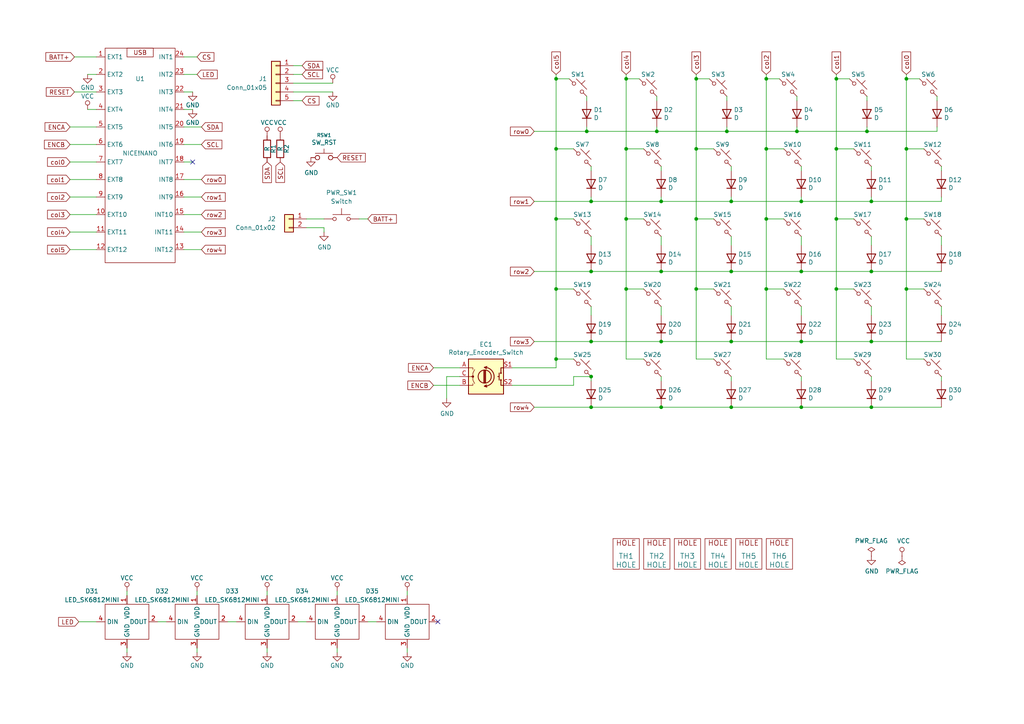
<source format=kicad_sch>
(kicad_sch (version 20230121) (generator eeschema)
  (paper "A4")
  (junction (at 252.73 58.42))
  (junction (at 161.29 22.86))
  (junction (at 242.57 83.82))
  (junction (at 191.77 99.06))
  (junction (at 181.61 22.86))
  (junction (at 181.61 43.18))
  (junction (at 210.82 38.1))
  (junction (at 171.45 78.74))
  (junction (at 222.25 22.86))
  (junction (at 191.77 58.42))
  (junction (at 181.61 63.5))
  (junction (at 232.41 58.42))
  (junction (at 212.09 99.06))
  (junction (at 252.73 118.11))
  (junction (at 201.93 63.5))
  (junction (at 262.89 22.86))
  (junction (at 161.29 63.5))
  (junction (at 232.41 78.74))
  (junction (at 252.73 99.06))
  (junction (at 171.45 99.06))
  (junction (at 222.25 43.18))
  (junction (at 232.41 99.06))
  (junction (at 212.09 58.42))
  (junction (at 242.57 43.18))
  (junction (at 201.93 22.86))
  (junction (at 232.41 118.11))
  (junction (at 161.29 83.82))
  (junction (at 231.14 38.1))
  (junction (at 212.09 78.74))
  (junction (at 171.45 58.42))
  (junction (at 212.09 118.11))
  (junction (at 161.29 43.18))
  (junction (at 262.89 63.5))
  (junction (at 222.25 63.5))
  (junction (at 251.46 38.1))
  (junction (at 190.5 38.1))
  (junction (at 171.45 109.22))
  (junction (at 170.18 38.1))
  (junction (at 262.89 83.82))
  (junction (at 161.29 104.14))
  (junction (at 222.25 83.82))
  (junction (at 252.73 78.74))
  (junction (at 171.45 118.11))
  (junction (at 262.89 43.18))
  (junction (at 201.93 83.82))
  (junction (at 242.57 63.5))
  (junction (at 191.77 78.74))
  (junction (at 191.77 118.11))
  (junction (at 242.57 22.86))
  (junction (at 201.93 43.18))
  (junction (at 181.61 83.82))
  (no_connect (at 55.88 46.99))
  (no_connect (at 127 180.34))
  (wire (pts (xy 190.5 38.1) (xy 210.82 38.1)))
  (wire (pts (xy 201.93 21.59) (xy 201.93 22.86)))
  (wire (pts (xy 252.73 78.74) (xy 273.05 78.74)))
  (wire (pts (xy 154.94 118.11) (xy 171.45 118.11)))
  (wire (pts (xy 125.73 106.68) (xy 133.35 106.68)))
  (wire (pts (xy 273.05 57.15) (xy 273.05 58.42)))
  (wire (pts (xy 171.45 78.74) (xy 154.94 78.74)))
  (wire (pts (xy 129.54 109.22) (xy 129.54 115.57)))
  (wire (pts (xy 191.77 118.11) (xy 212.09 118.11)))
  (wire (pts (xy 262.89 83.82) (xy 267.97 83.82)))
  (wire (pts (xy 271.78 27.94) (xy 271.78 29.21)))
  (wire (pts (xy 171.45 68.58) (xy 171.45 71.12)))
  (wire (pts (xy 232.41 118.11) (xy 252.73 118.11)))
  (wire (pts (xy 201.93 22.86) (xy 205.74 22.86)))
  (wire (pts (xy 171.45 88.9) (xy 171.45 91.44)))
  (wire (pts (xy 231.14 36.83) (xy 231.14 38.1)))
  (wire (pts (xy 181.61 83.82) (xy 181.61 104.14)))
  (wire (pts (xy 231.14 38.1) (xy 251.46 38.1)))
  (wire (pts (xy 20.32 41.91) (xy 27.94 41.91)))
  (wire (pts (xy 222.25 83.82) (xy 227.33 83.82)))
  (wire (pts (xy 88.9 66.04) (xy 93.98 66.04)))
  (wire (pts (xy 85.09 19.05) (xy 87.63 19.05)))
  (wire (pts (xy 262.89 104.14) (xy 267.97 104.14)))
  (wire (pts (xy 201.93 43.18) (xy 207.01 43.18)))
  (wire (pts (xy 170.18 36.83) (xy 170.18 38.1)))
  (wire (pts (xy 161.29 43.18) (xy 161.29 63.5)))
  (wire (pts (xy 222.25 22.86) (xy 222.25 43.18)))
  (wire (pts (xy 201.93 63.5) (xy 201.93 83.82)))
  (wire (pts (xy 191.77 49.53) (xy 191.77 48.26)))
  (wire (pts (xy 262.89 22.86) (xy 266.7 22.86)))
  (wire (pts (xy 161.29 21.59) (xy 161.29 22.86)))
  (wire (pts (xy 125.73 111.76) (xy 133.35 111.76)))
  (wire (pts (xy 166.37 111.76) (xy 166.37 109.22)))
  (wire (pts (xy 85.09 24.13) (xy 96.52 24.13)))
  (wire (pts (xy 222.25 21.59) (xy 222.25 22.86)))
  (wire (pts (xy 88.9 63.5) (xy 93.98 63.5)))
  (wire (pts (xy 36.83 187.96) (xy 36.83 189.23)))
  (wire (pts (xy 212.09 109.22) (xy 212.09 110.49)))
  (wire (pts (xy 190.5 36.83) (xy 190.5 38.1)))
  (wire (pts (xy 171.45 118.11) (xy 191.77 118.11)))
  (wire (pts (xy 271.78 38.1) (xy 271.78 36.83)))
  (wire (pts (xy 252.73 88.9) (xy 252.73 91.44)))
  (wire (pts (xy 20.32 46.99) (xy 27.94 46.99)))
  (wire (pts (xy 210.82 27.94) (xy 210.82 29.21)))
  (wire (pts (xy 181.61 22.86) (xy 185.42 22.86)))
  (wire (pts (xy 66.04 180.34) (xy 68.58 180.34)))
  (wire (pts (xy 53.34 52.07) (xy 58.42 52.07)))
  (wire (pts (xy 231.14 27.94) (xy 231.14 29.21)))
  (wire (pts (xy 212.09 88.9) (xy 212.09 91.44)))
  (wire (pts (xy 53.34 72.39) (xy 58.42 72.39)))
  (wire (pts (xy 232.41 57.15) (xy 232.41 58.42)))
  (wire (pts (xy 262.89 63.5) (xy 267.97 63.5)))
  (wire (pts (xy 85.09 29.21) (xy 87.63 29.21)))
  (wire (pts (xy 222.25 83.82) (xy 222.25 104.14)))
  (wire (pts (xy 118.11 171.45) (xy 118.11 172.72)))
  (wire (pts (xy 252.73 57.15) (xy 252.73 58.42)))
  (wire (pts (xy 191.77 109.22) (xy 191.77 110.49)))
  (wire (pts (xy 161.29 43.18) (xy 166.37 43.18)))
  (wire (pts (xy 85.09 26.67) (xy 96.52 26.67)))
  (wire (pts (xy 170.18 38.1) (xy 154.94 38.1)))
  (wire (pts (xy 77.47 187.96) (xy 77.47 189.23)))
  (wire (pts (xy 57.15 171.45) (xy 57.15 172.72)))
  (wire (pts (xy 181.61 21.59) (xy 181.61 22.86)))
  (wire (pts (xy 222.25 63.5) (xy 222.25 83.82)))
  (wire (pts (xy 222.25 43.18) (xy 227.33 43.18)))
  (wire (pts (xy 86.36 180.34) (xy 88.9 180.34)))
  (wire (pts (xy 262.89 43.18) (xy 267.97 43.18)))
  (wire (pts (xy 20.32 72.39) (xy 27.94 72.39)))
  (wire (pts (xy 20.32 52.07) (xy 27.94 52.07)))
  (wire (pts (xy 262.89 63.5) (xy 262.89 83.82)))
  (wire (pts (xy 191.77 58.42) (xy 212.09 58.42)))
  (wire (pts (xy 171.45 78.74) (xy 191.77 78.74)))
  (wire (pts (xy 85.09 21.59) (xy 87.63 21.59)))
  (wire (pts (xy 252.73 49.53) (xy 252.73 48.26)))
  (wire (pts (xy 191.77 99.06) (xy 212.09 99.06)))
  (wire (pts (xy 181.61 63.5) (xy 181.61 83.82)))
  (wire (pts (xy 53.34 31.75) (xy 55.88 31.75)))
  (wire (pts (xy 53.34 46.99) (xy 55.88 46.99)))
  (wire (pts (xy 170.18 38.1) (xy 190.5 38.1)))
  (wire (pts (xy 25.4 31.75) (xy 27.94 31.75)))
  (wire (pts (xy 222.25 104.14) (xy 227.33 104.14)))
  (wire (pts (xy 191.77 68.58) (xy 191.77 71.12)))
  (wire (pts (xy 252.73 109.22) (xy 252.73 110.49)))
  (wire (pts (xy 161.29 22.86) (xy 161.29 43.18)))
  (wire (pts (xy 97.79 187.96) (xy 97.79 189.23)))
  (wire (pts (xy 273.05 88.9) (xy 273.05 91.44)))
  (wire (pts (xy 273.05 58.42) (xy 252.73 58.42)))
  (wire (pts (xy 232.41 88.9) (xy 232.41 91.44)))
  (wire (pts (xy 170.18 27.94) (xy 170.18 29.21)))
  (wire (pts (xy 118.11 187.96) (xy 118.11 189.23)))
  (wire (pts (xy 161.29 22.86) (xy 165.1 22.86)))
  (wire (pts (xy 22.86 180.34) (xy 27.94 180.34)))
  (wire (pts (xy 191.77 57.15) (xy 191.77 58.42)))
  (wire (pts (xy 212.09 49.53) (xy 212.09 48.26)))
  (wire (pts (xy 273.05 109.22) (xy 273.05 110.49)))
  (wire (pts (xy 201.93 83.82) (xy 201.93 104.14)))
  (wire (pts (xy 161.29 63.5) (xy 166.37 63.5)))
  (wire (pts (xy 242.57 83.82) (xy 247.65 83.82)))
  (wire (pts (xy 232.41 49.53) (xy 232.41 48.26)))
  (wire (pts (xy 161.29 104.14) (xy 161.29 83.82)))
  (wire (pts (xy 53.34 62.23) (xy 58.42 62.23)))
  (wire (pts (xy 247.65 104.14) (xy 242.57 104.14)))
  (wire (pts (xy 53.34 26.67) (xy 55.88 26.67)))
  (wire (pts (xy 273.05 68.58) (xy 273.05 71.12)))
  (wire (pts (xy 171.45 49.53) (xy 171.45 48.26)))
  (wire (pts (xy 201.93 22.86) (xy 201.93 43.18)))
  (wire (pts (xy 273.05 49.53) (xy 273.05 48.26)))
  (wire (pts (xy 20.32 57.15) (xy 27.94 57.15)))
  (wire (pts (xy 210.82 38.1) (xy 231.14 38.1)))
  (wire (pts (xy 57.15 187.96) (xy 57.15 189.23)))
  (wire (pts (xy 242.57 21.59) (xy 242.57 22.86)))
  (wire (pts (xy 21.59 26.67) (xy 27.94 26.67)))
  (wire (pts (xy 252.73 99.06) (xy 273.05 99.06)))
  (wire (pts (xy 166.37 104.14) (xy 161.29 104.14)))
  (wire (pts (xy 271.78 38.1) (xy 251.46 38.1)))
  (wire (pts (xy 53.34 57.15) (xy 58.42 57.15)))
  (wire (pts (xy 45.72 180.34) (xy 48.26 180.34)))
  (wire (pts (xy 190.5 27.94) (xy 190.5 29.21)))
  (wire (pts (xy 53.34 16.51) (xy 57.15 16.51)))
  (wire (pts (xy 20.32 62.23) (xy 27.94 62.23)))
  (wire (pts (xy 181.61 83.82) (xy 186.69 83.82)))
  (wire (pts (xy 181.61 63.5) (xy 186.69 63.5)))
  (wire (pts (xy 242.57 22.86) (xy 246.38 22.86)))
  (wire (pts (xy 20.32 67.31) (xy 27.94 67.31)))
  (wire (pts (xy 232.41 68.58) (xy 232.41 71.12)))
  (wire (pts (xy 232.41 109.22) (xy 232.41 110.49)))
  (wire (pts (xy 242.57 63.5) (xy 242.57 83.82)))
  (wire (pts (xy 77.47 171.45) (xy 77.47 172.72)))
  (wire (pts (xy 148.59 106.68) (xy 161.29 106.68)))
  (wire (pts (xy 104.14 63.5) (xy 106.68 63.5)))
  (wire (pts (xy 212.09 57.15) (xy 212.09 58.42)))
  (wire (pts (xy 166.37 109.22) (xy 171.45 109.22)))
  (wire (pts (xy 222.25 63.5) (xy 227.33 63.5)))
  (wire (pts (xy 232.41 58.42) (xy 252.73 58.42)))
  (wire (pts (xy 97.79 171.45) (xy 97.79 172.72)))
  (wire (pts (xy 212.09 68.58) (xy 212.09 71.12)))
  (wire (pts (xy 242.57 63.5) (xy 247.65 63.5)))
  (wire (pts (xy 262.89 21.59) (xy 262.89 22.86)))
  (wire (pts (xy 262.89 83.82) (xy 262.89 104.14)))
  (wire (pts (xy 181.61 43.18) (xy 186.69 43.18)))
  (wire (pts (xy 252.73 118.11) (xy 273.05 118.11)))
  (wire (pts (xy 171.45 99.06) (xy 154.94 99.06)))
  (wire (pts (xy 148.59 111.76) (xy 166.37 111.76)))
  (wire (pts (xy 232.41 99.06) (xy 252.73 99.06)))
  (wire (pts (xy 133.35 109.22) (xy 129.54 109.22)))
  (wire (pts (xy 212.09 118.11) (xy 232.41 118.11)))
  (wire (pts (xy 252.73 68.58) (xy 252.73 71.12)))
  (wire (pts (xy 53.34 36.83) (xy 58.42 36.83)))
  (wire (pts (xy 106.68 180.34) (xy 109.22 180.34)))
  (wire (pts (xy 53.34 41.91) (xy 58.42 41.91)))
  (wire (pts (xy 242.57 43.18) (xy 242.57 63.5)))
  (wire (pts (xy 53.34 67.31) (xy 58.42 67.31)))
  (wire (pts (xy 53.34 21.59) (xy 57.15 21.59)))
  (wire (pts (xy 21.59 16.51) (xy 27.94 16.51)))
  (wire (pts (xy 171.45 57.15) (xy 171.45 58.42)))
  (wire (pts (xy 201.93 83.82) (xy 207.01 83.82)))
  (wire (pts (xy 171.45 58.42) (xy 191.77 58.42)))
  (wire (pts (xy 36.83 171.45) (xy 36.83 172.72)))
  (wire (pts (xy 161.29 83.82) (xy 166.37 83.82)))
  (wire (pts (xy 222.25 22.86) (xy 226.06 22.86)))
  (wire (pts (xy 212.09 78.74) (xy 232.41 78.74)))
  (wire (pts (xy 251.46 27.94) (xy 251.46 29.21)))
  (wire (pts (xy 242.57 43.18) (xy 247.65 43.18)))
  (wire (pts (xy 161.29 106.68) (xy 161.29 104.14)))
  (wire (pts (xy 201.93 104.14) (xy 207.01 104.14)))
  (wire (pts (xy 181.61 43.18) (xy 181.61 63.5)))
  (wire (pts (xy 212.09 99.06) (xy 232.41 99.06)))
  (wire (pts (xy 191.77 88.9) (xy 191.77 91.44)))
  (wire (pts (xy 181.61 104.14) (xy 186.69 104.14)))
  (wire (pts (xy 191.77 99.06) (xy 171.45 99.06)))
  (wire (pts (xy 25.4 21.59) (xy 27.94 21.59)))
  (wire (pts (xy 232.41 78.74) (xy 252.73 78.74)))
  (wire (pts (xy 191.77 78.74) (xy 212.09 78.74)))
  (wire (pts (xy 201.93 63.5) (xy 207.01 63.5)))
  (wire (pts (xy 251.46 36.83) (xy 251.46 38.1)))
  (wire (pts (xy 171.45 109.22) (xy 171.45 110.49)))
  (wire (pts (xy 171.45 58.42) (xy 154.94 58.42)))
  (wire (pts (xy 93.98 66.04) (xy 93.98 67.31)))
  (wire (pts (xy 161.29 63.5) (xy 161.29 83.82)))
  (wire (pts (xy 222.25 43.18) (xy 222.25 63.5)))
  (wire (pts (xy 201.93 43.18) (xy 201.93 63.5)))
  (wire (pts (xy 212.09 58.42) (xy 232.41 58.42)))
  (wire (pts (xy 262.89 22.86) (xy 262.89 43.18)))
  (wire (pts (xy 262.89 43.18) (xy 262.89 63.5)))
  (wire (pts (xy 20.32 36.83) (xy 27.94 36.83)))
  (wire (pts (xy 210.82 36.83) (xy 210.82 38.1)))
  (wire (pts (xy 242.57 22.86) (xy 242.57 43.18)))
  (wire (pts (xy 242.57 83.82) (xy 242.57 104.14)))
  (wire (pts (xy 181.61 22.86) (xy 181.61 43.18)))
  (global_label "RESET" (shape input) (at 97.79 45.72 0) (property "Intersheetrefs" "${INTERSHEET_REFS}" (effects hide)))
  (global_label "RESET" (shape input) (at 21.59 26.67 180) (property "Intersheetrefs" "${INTERSHEET_REFS}" (effects hide)))
  (global_label "col4" (shape input) (at 181.61 21.59 90) (property "Intersheetrefs" "${INTERSHEET_REFS}" (effects hide)))
  (global_label "col3" (shape input) (at 20.32 62.23 180) (property "Intersheetrefs" "${INTERSHEET_REFS}" (effects hide)))
  (global_label "SCL" (shape input) (at 81.28 46.99 270) (property "Intersheetrefs" "${INTERSHEET_REFS}" (effects hide)))
  (global_label "BATT+" (shape input) (at 106.68 63.5 0) (property "Intersheetrefs" "${INTERSHEET_REFS}" (effects hide)))
  (global_label "LED" (shape input) (at 57.15 21.59 0) (property "Intersheetrefs" "${INTERSHEET_REFS}" (effects hide)))
  (global_label "ENCB" (shape input) (at 125.73 111.76 180) (property "Intersheetrefs" "${INTERSHEET_REFS}" (effects hide)))
  (global_label "ENCA" (shape input) (at 125.73 106.68 180) (property "Intersheetrefs" "${INTERSHEET_REFS}" (effects hide)))
  (global_label "row3" (shape input) (at 58.42 67.31 0) (property "Intersheetrefs" "${INTERSHEET_REFS}" (effects hide)))
  (global_label "col2" (shape input) (at 20.32 57.15 180) (property "Intersheetrefs" "${INTERSHEET_REFS}" (effects hide)))
  (global_label "ENCA" (shape input) (at 20.32 36.83 180) (property "Intersheetrefs" "${INTERSHEET_REFS}" (effects hide)))
  (global_label "col5" (shape input) (at 20.32 72.39 180) (property "Intersheetrefs" "${INTERSHEET_REFS}" (effects hide)))
  (global_label "row2" (shape input) (at 58.42 62.23 0) (property "Intersheetrefs" "${INTERSHEET_REFS}" (effects hide)))
  (global_label "SDA" (shape input) (at 87.63 19.05 0) (property "Intersheetrefs" "${INTERSHEET_REFS}" (effects hide)))
  (global_label "row4" (shape input) (at 58.42 72.39 0) (property "Intersheetrefs" "${INTERSHEET_REFS}" (effects hide)))
  (global_label "col3" (shape input) (at 201.93 21.59 90) (property "Intersheetrefs" "${INTERSHEET_REFS}" (effects hide)))
  (global_label "SCL" (shape input) (at 87.63 21.59 0) (property "Intersheetrefs" "${INTERSHEET_REFS}" (effects hide)))
  (global_label "SDA" (shape input) (at 58.42 36.83 0) (property "Intersheetrefs" "${INTERSHEET_REFS}" (effects hide)))
  (global_label "BATT+" (shape input) (at 21.59 16.51 180) (property "Intersheetrefs" "${INTERSHEET_REFS}" (effects hide)))
  (global_label "row1" (shape input) (at 154.94 58.42 180) (property "Intersheetrefs" "${INTERSHEET_REFS}" (effects hide)))
  (global_label "col2" (shape input) (at 222.25 21.59 90) (property "Intersheetrefs" "${INTERSHEET_REFS}" (effects hide)))
  (global_label "col0" (shape input) (at 20.32 46.99 180) (property "Intersheetrefs" "${INTERSHEET_REFS}" (effects hide)))
  (global_label "CS" (shape input) (at 57.15 16.51 0) (property "Intersheetrefs" "${INTERSHEET_REFS}" (effects hide)))
  (global_label "row0" (shape input) (at 154.94 38.1 180) (property "Intersheetrefs" "${INTERSHEET_REFS}" (effects hide)))
  (global_label "SCL" (shape input) (at 58.42 41.91 0) (property "Intersheetrefs" "${INTERSHEET_REFS}" (effects hide)))
  (global_label "row0" (shape input) (at 58.42 52.07 0) (property "Intersheetrefs" "${INTERSHEET_REFS}" (effects hide)))
  (global_label "row1" (shape input) (at 58.42 57.15 0) (property "Intersheetrefs" "${INTERSHEET_REFS}" (effects hide)))
  (global_label "col1" (shape input) (at 242.57 21.59 90) (property "Intersheetrefs" "${INTERSHEET_REFS}" (effects hide)))
  (global_label "SDA" (shape input) (at 77.47 46.99 270) (property "Intersheetrefs" "${INTERSHEET_REFS}" (effects hide)))
  (global_label "ENCB" (shape input) (at 20.32 41.91 180) (property "Intersheetrefs" "${INTERSHEET_REFS}" (effects hide)))
  (global_label "row2" (shape input) (at 154.94 78.74 180) (property "Intersheetrefs" "${INTERSHEET_REFS}" (effects hide)))
  (global_label "col1" (shape input) (at 20.32 52.07 180) (property "Intersheetrefs" "${INTERSHEET_REFS}" (effects hide)))
  (global_label "row4" (shape input) (at 154.94 118.11 180) (property "Intersheetrefs" "${INTERSHEET_REFS}" (effects hide)))
  (global_label "col5" (shape input) (at 161.29 21.59 90) (property "Intersheetrefs" "${INTERSHEET_REFS}" (effects hide)))
  (global_label "LED" (shape input) (at 22.86 180.34 180) (property "Intersheetrefs" "${INTERSHEET_REFS}" (effects hide)))
  (global_label "col4" (shape input) (at 20.32 67.31 180) (property "Intersheetrefs" "${INTERSHEET_REFS}" (effects hide)))
  (global_label "CS" (shape input) (at 87.63 29.21 0) (property "Intersheetrefs" "${INTERSHEET_REFS}" (effects hide)))
  (global_label "col0" (shape input) (at 262.89 21.59 90) (property "Intersheetrefs" "${INTERSHEET_REFS}" (effects hide)))
  (global_label "row3" (shape input) (at 154.94 99.06 180) (property "Intersheetrefs" "${INTERSHEET_REFS}" (effects hide)))
  (symbol (lib_id "RGB_LED:SK6812_Mini-E") (at 57.15 180.34 0) (unit 1)
    (property "Reference" "D32" (at 46.99 171.45 0))
    (property "Value" "LED_SK6812MINI" (at 46.99 173.99 0))
    (property "Footprint" "RGB_LED:SK6812_Mini-E_DualSide" (effects hide))
    (property "Datasheet" "https://cdn-shop.adafruit.com/product-files/2686/SK6812MINI_REV.01-1-2.pdf" (effects hide))
    (instances (project "SofleKeyboard" (path "" (reference "D32") (unit 1)) (path "" (reference "D37") (unit 1)) (path "" (reference "D2") (unit 1))))
  )
  (symbol (lib_id "ScottoKeebs:Placeholder_Diode") (at 252.73 74.93 90) (unit 1)
    (property "Reference" "D17" (at 254.7366 73.7616 90) (effects (justify right)))
    (property "Value" "D" (at 254.7366 76.073 90) (effects (justify right)))
    (property "Footprint" "Mechanical_Switches:Diode_SOD-123(dual side)" (effects hide))
    (property "Sim.Device" "D" (effects hide))
    (property "Sim.Pins" "1=K 2=A" (effects hide))
    (instances (project "SofleKeyboard" (path "" (reference "D17") (unit 1)) (path "" (reference "D63") (unit 1)) (path "" (reference "D28") (unit 1))))
  )
  (symbol (lib_id "ScottoKeebs:Placeholder_Keyswitch") (at 168.91 66.04 0) (unit 1)
    (property "Reference" "SW13" (at 168.91 62.23 0))
    (property "Value" "SW13" (effects hide))
    (property "Footprint" "Mechanical_Switches:SW_MXHS_CHOCV1V2HS_1U" (effects hide))
    (instances (project "SofleKeyboard" (path "" (reference "SW13") (unit 1)) (path "" (reference "SW33") (unit 1)) (path "" (reference "SW3") (unit 1))))
  )
  (symbol (lib_id "SofleKeyboard-rescue:GND-Lily58-cache-Lily58_Pro-rescue") (at 77.47 189.23 0) (mirror y) (unit 1)
    (property "Reference" "#PWR021" (effects hide))
    (property "Value" "GND" (at 77.47 193.04 0))
    (instances (project "SofleKeyboard" (path "" (reference "#PWR021") (unit 1)) (path "" (reference "#PWR041") (unit 1)) (path "" (reference "#PWR011") (unit 1))))
  )
  (symbol (lib_id "ScottoKeebs:Placeholder_Diode") (at 191.77 53.34 90) (unit 1)
    (property "Reference" "D8" (at 193.7766 52.1716 90) (effects (justify right)))
    (property "Value" "D" (at 193.7766 54.483 90) (effects (justify right)))
    (property "Footprint" "Mechanical_Switches:Diode_SOD-123(dual side)" (effects hide))
    (property "Sim.Device" "D" (effects hide))
    (property "Sim.Pins" "1=K 2=A" (effects hide))
    (instances (project "SofleKeyboard" (path "" (reference "D8") (unit 1)) (path "" (reference "D47") (unit 1)) (path "" (reference "D12") (unit 1))))
  )
  (symbol (lib_id "ScottoKeebs:Placeholder_Keyswitch") (at 209.55 106.68 0) (unit 1)
    (property "Reference" "SW27" (at 209.55 102.87 0))
    (property "Value" "SW27" (effects hide))
    (property "Footprint" "Mechanical_Switches:SW_MXHS_CHOCV1V2HS_1U" (effects hide))
    (instances (project "SofleKeyboard" (path "" (reference "SW27") (unit 1)) (path "" (reference "SW45") (unit 1)) (path "" (reference "SW15") (unit 1))))
  )
  (symbol (lib_id "ScottoKeebs:Placeholder_Diode") (at 212.09 53.34 90) (unit 1)
    (property "Reference" "D9" (at 214.0966 52.1716 90) (effects (justify right)))
    (property "Value" "D" (at 214.0966 54.483 90) (effects (justify right)))
    (property "Footprint" "Mechanical_Switches:Diode_SOD-123(dual side)" (effects hide))
    (property "Sim.Device" "D" (effects hide))
    (property "Sim.Pins" "1=K 2=A" (effects hide))
    (instances (project "SofleKeyboard" (path "" (reference "D9") (unit 1)) (path "" (reference "D52") (unit 1)) (path "" (reference "D17") (unit 1))))
  )
  (symbol (lib_id "ScottoKeebs:Placeholder_Diode") (at 273.05 53.34 90) (unit 1)
    (property "Reference" "D12" (at 275.0566 52.1716 90) (effects (justify right)))
    (property "Value" "D" (at 275.0566 54.483 90) (effects (justify right)))
    (property "Footprint" "Mechanical_Switches:Diode_SOD-123(dual side)" (effects hide))
    (property "Sim.Device" "D" (effects hide))
    (property "Sim.Pins" "1=K 2=A" (effects hide))
    (instances (project "SofleKeyboard" (path "" (reference "D12") (unit 1)) (path "" (reference "D67") (unit 1)) (path "" (reference "D32") (unit 1))))
  )
  (symbol (lib_id "ScottoKeebs:Placeholder_Keyswitch") (at 269.24 25.4 0) (unit 1)
    (property "Reference" "SW6" (at 269.24 21.59 0))
    (property "Value" "SW6" (effects hide))
    (property "Footprint" "Mechanical_Switches:SW_MXHS_CHOCV1V2HS_1U" (effects hide))
    (instances (project "SofleKeyboard" (path "" (reference "SW6") (unit 1)) (path "" (reference "SW56") (unit 1)) (path "" (reference "SW26") (unit 1))))
  )
  (symbol (lib_id "ScottoKeebs:Placeholder_Keyswitch") (at 270.51 66.04 0) (unit 1)
    (property "Reference" "SW18" (at 270.51 62.23 0))
    (property "Value" "SW18" (effects hide))
    (property "Footprint" "Mechanical_Switches:SW_MXHS_CHOCV1V2HS_1U" (effects hide))
    (instances (project "SofleKeyboard" (path "" (reference "SW18") (unit 1)) (path "" (reference "SW58") (unit 1)) (path "" (reference "SW28") (unit 1))))
  )
  (symbol (lib_id "ScottoKeebs:Placeholder_Keyswitch") (at 209.55 66.04 0) (unit 1)
    (property "Reference" "SW15" (at 209.55 62.23 0))
    (property "Value" "SW15" (effects hide))
    (property "Footprint" "Mechanical_Switches:SW_MXHS_CHOCV1V2HS_1U" (effects hide))
    (instances (project "SofleKeyboard" (path "" (reference "SW15") (unit 1)) (path "" (reference "SW43") (unit 1)) (path "" (reference "SW13") (unit 1))))
  )
  (symbol (lib_id "ScottoKeebs:Placeholder_Keyswitch") (at 209.55 86.36 0) (unit 1)
    (property "Reference" "SW21" (at 209.55 82.55 0))
    (property "Value" "SW21" (effects hide))
    (property "Footprint" "Mechanical_Switches:SW_MXHS_CHOCV1V2HS_1U" (effects hide))
    (instances (project "SofleKeyboard" (path "" (reference "SW21") (unit 1)) (path "" (reference "SW44") (unit 1)) (path "" (reference "SW14") (unit 1))))
  )
  (symbol (lib_id "ScottoKeebs:Placeholder_Keyswitch") (at 250.19 106.68 0) (unit 1)
    (property "Reference" "SW29" (at 250.19 102.87 0))
    (property "Value" "SW29" (effects hide))
    (property "Footprint" "Mechanical_Switches:SW_MXHS_CHOCV1V2HS_1U" (effects hide))
    (instances (project "SofleKeyboard" (path "" (reference "SW29") (unit 1)) (path "" (reference "SW55") (unit 1)) (path "" (reference "SW25") (unit 1))))
  )
  (symbol (lib_id "SofleKeyboard-rescue:GND-Lily58-cache-Lily58_Pro-rescue") (at 252.73 161.29 0) (unit 1)
    (property "Reference" "#PWR012" (effects hide))
    (property "Value" "GND" (at 252.857 165.6842 0))
    (instances (project "SofleKeyboard" (path "" (reference "#PWR012") (unit 1)) (path "" (reference "#PWR052") (unit 1)) (path "" (reference "#PWR022") (unit 1))))
  )
  (symbol (lib_id "SofleKeyboard-rescue:GND-Lily58-cache-Lily58_Pro-rescue") (at 55.88 31.75 0) (mirror y) (unit 1)
    (property "Reference" "#PWR09" (effects hide))
    (property "Value" "GND" (at 55.88 35.56 0))
    (instances (project "SofleKeyboard" (path "" (reference "#PWR09") (unit 1)) (path "" (reference "#PWR044") (unit 1)) (path "" (reference "#PWR06") (unit 1))))
  )
  (symbol (lib_id "SofleKeyboard-rescue:GND-Lily58-cache-Lily58_Pro-rescue") (at 97.79 189.23 0) (mirror y) (unit 1)
    (property "Reference" "#PWR023" (effects hide))
    (property "Value" "GND" (at 97.79 193.04 0))
    (instances (project "SofleKeyboard" (path "" (reference "#PWR023") (unit 1)) (path "" (reference "#PWR046") (unit 1)) (path "" (reference "#PWR018") (unit 1))))
  )
  (symbol (lib_id "ScottoKeebs:Placeholder_Diode") (at 273.05 95.25 90) (unit 1)
    (property "Reference" "D24" (at 275.0566 94.0816 90) (effects (justify right)))
    (property "Value" "D" (at 275.0566 96.393 90) (effects (justify right)))
    (property "Footprint" "Mechanical_Switches:Diode_SOD-123(dual side)" (effects hide))
    (property "Sim.Device" "D" (effects hide))
    (property "Sim.Pins" "1=K 2=A" (effects hide))
    (instances (project "SofleKeyboard" (path "" (reference "D24") (unit 1)) (path "" (reference "D69") (unit 1)) (path "" (reference "D34") (unit 1))))
  )
  (symbol (lib_id "SofleKeyboard-rescue:VCC-Lily58-cache-Lily58_Pro-rescue") (at 261.62 161.29 0) (unit 1)
    (property "Reference" "#PWR013" (effects hide))
    (property "Value" "VCC" (at 262.0518 156.8958 0))
    (instances (project "SofleKeyboard" (path "" (reference "#PWR013") (unit 1)) (path "" (reference "#PWR053") (unit 1)) (path "" (reference "#PWR023") (unit 1))))
  )
  (symbol (lib_id "ScottoKeebs:Placeholder_Keyswitch") (at 270.51 45.72 0) (unit 1)
    (property "Reference" "SW12" (at 270.51 41.91 0))
    (property "Value" "SW12" (effects hide))
    (property "Footprint" "Mechanical_Switches:SW_MXHS_CHOCV1V2HS_1U" (effects hide))
    (instances (project "SofleKeyboard" (path "" (reference "SW12") (unit 1)) (path "" (reference "SW57") (unit 1)) (path "" (reference "SW27") (unit 1))))
  )
  (symbol (lib_id "ScottoKeebs:Placeholder_Diode") (at 251.46 33.02 90) (unit 1)
    (property "Reference" "D5" (at 253.4666 31.8516 90) (effects (justify right)))
    (property "Value" "D" (at 253.4666 34.163 90) (effects (justify right)))
    (property "Footprint" "Mechanical_Switches:Diode_SOD-123(dual side)" (effects hide))
    (property "Sim.Device" "D" (effects hide))
    (property "Sim.Pins" "1=K 2=A" (effects hide))
    (instances (project "SofleKeyboard" (path "" (reference "D5") (unit 1)) (path "" (reference "D61") (unit 1)) (path "" (reference "D26") (unit 1))))
  )
  (symbol (lib_id "SofleKeyboard-rescue:HOLE-Lily58-cache-Lily58_Pro-rescue") (at 217.17 161.29 0) (unit 1)
    (property "Reference" "TH5" (at 217.17 161.29 0) (effects (font (size 1.524 1.524))))
    (property "Value" "HOLE" (at 217.17 163.83 0) (effects (font (size 1.524 1.524))))
    (property "Footprint" "MountingHole:MountingHole_2.2mm_M2" (effects hide))
    (instances (project "SofleKeyboard" (path "" (reference "TH5") (unit 1)) (path "" (reference "TH11") (unit 1)) (path "" (reference "TH5") (unit 1))))
  )
  (symbol (lib_id "ScottoKeebs:Placeholder_Diode") (at 212.09 114.3 90) (unit 1)
    (property "Reference" "D27" (at 214.0966 113.1316 90) (effects (justify right)))
    (property "Value" "D" (at 214.0966 115.443 90) (effects (justify right)))
    (property "Footprint" "Mechanical_Switches:Diode_SOD-123(dual side)" (effects hide))
    (property "Sim.Device" "D" (effects hide))
    (property "Sim.Pins" "1=K 2=A" (effects hide))
    (instances (project "SofleKeyboard" (path "" (reference "D27") (unit 1)) (path "" (reference "D55") (unit 1)) (path "" (reference "D20") (unit 1))))
  )
  (symbol (lib_id "ScottoKeebs:Placeholder_Keyswitch") (at 270.51 86.36 0) (unit 1)
    (property "Reference" "SW24" (at 270.51 82.55 0))
    (property "Value" "SW24" (effects hide))
    (property "Footprint" "Mechanical_Switches:SW_MXHS_CHOCV1V2HS_1U" (effects hide))
    (instances (project "SofleKeyboard" (path "" (reference "SW24") (unit 1)) (path "" (reference "SW59") (unit 1)) (path "" (reference "SW29") (unit 1))))
  )
  (symbol (lib_id "ScottoKeebs:Placeholder_Keyswitch") (at 168.91 45.72 0) (unit 1)
    (property "Reference" "SW7" (at 168.91 41.91 0))
    (property "Value" "SW7" (effects hide))
    (property "Footprint" "Mechanical_Switches:SW_MXHS_CHOCV1V2HS_1U" (effects hide))
    (instances (project "SofleKeyboard" (path "" (reference "SW7") (unit 1)) (path "" (reference "SW32") (unit 1)) (path "" (reference "SW2") (unit 1))))
  )
  (symbol (lib_id "ScottoKeebs:Placeholder_Diode") (at 170.18 33.02 90) (unit 1)
    (property "Reference" "D1" (at 172.1866 31.8516 90) (effects (justify right)))
    (property "Value" "D" (at 172.1866 34.163 90) (effects (justify right)))
    (property "Footprint" "Mechanical_Switches:Diode_SOD-123(dual side)" (effects hide))
    (property "Sim.Device" "D" (effects hide))
    (property "Sim.Pins" "1=K 2=A" (effects hide))
    (instances (project "SofleKeyboard" (path "" (reference "D1") (unit 1)) (path "" (reference "D41") (unit 1)) (path "" (reference "D6") (unit 1))))
  )
  (symbol (lib_id "ScottoKeebs:Placeholder_Diode") (at 232.41 53.34 90) (unit 1)
    (property "Reference" "D10" (at 234.4166 52.1716 90) (effects (justify right)))
    (property "Value" "D" (at 234.4166 54.483 90) (effects (justify right)))
    (property "Footprint" "Mechanical_Switches:Diode_SOD-123(dual side)" (effects hide))
    (property "Sim.Device" "D" (effects hide))
    (property "Sim.Pins" "1=K 2=A" (effects hide))
    (instances (project "SofleKeyboard" (path "" (reference "D10") (unit 1)) (path "" (reference "D57") (unit 1)) (path "" (reference "D22") (unit 1))))
  )
  (symbol (lib_id "ScottoKeebs:Placeholder_Diode") (at 232.41 95.25 90) (unit 1)
    (property "Reference" "D22" (at 234.4166 94.0816 90) (effects (justify right)))
    (property "Value" "D" (at 234.4166 96.393 90) (effects (justify right)))
    (property "Footprint" "Mechanical_Switches:Diode_SOD-123(dual side)" (effects hide))
    (property "Sim.Device" "D" (effects hide))
    (property "Sim.Pins" "1=K 2=A" (effects hide))
    (instances (project "SofleKeyboard" (path "" (reference "D22") (unit 1)) (path "" (reference "D59") (unit 1)) (path "" (reference "D24") (unit 1))))
  )
  (symbol (lib_id "SofleKeyboard-rescue:PWR_FLAG-Lily58-cache-Lily58_Pro-rescue") (at 261.62 161.29 180) (unit 1)
    (property "Reference" "#FLG02" (effects hide))
    (property "Value" "PWR_FLAG" (at 261.62 165.6842 0))
    (instances (project "SofleKeyboard" (path "" (reference "#FLG02") (unit 1)) (path "" (reference "#FLG04") (unit 1)) (path "" (reference "#FLG02") (unit 1))))
  )
  (symbol (lib_id "ScottoKeebs:Placeholder_Keyswitch") (at 187.96 25.4 0) (unit 1)
    (property "Reference" "SW2" (at 187.96 21.59 0))
    (property "Value" "SW2" (effects hide))
    (property "Footprint" "Mechanical_Switches:SW_MXHS_CHOCV1V2HS_1U" (effects hide))
    (instances (project "SofleKeyboard" (path "" (reference "SW2") (unit 1)) (path "" (reference "SW36") (unit 1)) (path "" (reference "SW6") (unit 1))))
  )
  (symbol (lib_id "ScottoKeebs:Placeholder_Diode") (at 171.45 53.34 90) (unit 1)
    (property "Reference" "D7" (at 173.4566 52.1716 90) (effects (justify right)))
    (property "Value" "D" (at 173.4566 54.483 90) (effects (justify right)))
    (property "Footprint" "Mechanical_Switches:Diode_SOD-123(dual side)" (effects hide))
    (property "Sim.Device" "D" (effects hide))
    (property "Sim.Pins" "1=K 2=A" (effects hide))
    (instances (project "SofleKeyboard" (path "" (reference "D7") (unit 1)) (path "" (reference "D42") (unit 1)) (path "" (reference "D7") (unit 1))))
  )
  (symbol (lib_id "ScottoKeebs:Placeholder_Diode") (at 190.5 33.02 90) (unit 1)
    (property "Reference" "D2" (at 192.5066 31.8516 90) (effects (justify right)))
    (property "Value" "D" (at 192.5066 34.163 90) (effects (justify right)))
    (property "Footprint" "Mechanical_Switches:Diode_SOD-123(dual side)" (effects hide))
    (property "Sim.Device" "D" (effects hide))
    (property "Sim.Pins" "1=K 2=A" (effects hide))
    (instances (project "SofleKeyboard" (path "" (reference "D2") (unit 1)) (path "" (reference "D46") (unit 1)) (path "" (reference "D11") (unit 1))))
  )
  (symbol (lib_id "ScottoKeebs:Placeholder_Keyswitch") (at 270.51 106.68 0) (unit 1)
    (property "Reference" "SW30" (at 270.51 102.87 0))
    (property "Value" "SW30" (effects hide))
    (property "Footprint" "Mechanical_Switches:SW_MXHS_CHOCV1V2HS_1U" (effects hide))
    (instances (project "SofleKeyboard" (path "" (reference "SW30") (unit 1)) (path "" (reference "SW60") (unit 1)) (path "" (reference "SW30") (unit 1))))
  )
  (symbol (lib_id "RGB_LED:SK6812_Mini-E") (at 36.83 180.34 0) (unit 1)
    (property "Reference" "D31" (at 26.67 171.45 0))
    (property "Value" "LED_SK6812MINI" (at 26.67 173.99 0))
    (property "Footprint" "RGB_LED:SK6812_Mini-E_DualSide" (effects hide))
    (property "Datasheet" "https://cdn-shop.adafruit.com/product-files/2686/SK6812MINI_REV.01-1-2.pdf" (effects hide))
    (instances (project "SofleKeyboard" (path "" (reference "D31") (unit 1)) (path "" (reference "D36") (unit 1)) (path "" (reference "D1") (unit 1))))
  )
  (symbol (lib_id "Mechanical_Switches:Nice!Nano_V2(dual_use_socket)") (at 40.64 44.45 0) (unit 1)
    (property "Reference" "U1" (at 40.64 22.86 0))
    (property "Value" "NICE!NANO" (at 40.64 44.45 0))
    (property "Footprint" "Mechanical_Switches:NICE!NANO" (effects hide))
    (instances (project "SofleKeyboard" (path "" (reference "U1") (unit 1)) (path "" (reference "U2") (unit 1)) (path "" (reference "U1") (unit 1))))
  )
  (symbol (lib_id "ScottoKeebs:Placeholder_Diode") (at 171.45 95.25 90) (unit 1)
    (property "Reference" "D19" (at 173.4566 94.0816 90) (effects (justify right)))
    (property "Value" "D" (at 173.4566 96.393 90) (effects (justify right)))
    (property "Footprint" "Mechanical_Switches:Diode_SOD-123(dual side)" (effects hide))
    (property "Sim.Device" "D" (effects hide))
    (property "Sim.Pins" "1=K 2=A" (effects hide))
    (instances (project "SofleKeyboard" (path "" (reference "D19") (unit 1)) (path "" (reference "D44") (unit 1)) (path "" (reference "D9") (unit 1))))
  )
  (symbol (lib_id "SofleKeyboard-rescue:VCC-Lily58-cache-Lily58_Pro-rescue") (at 25.4 31.75 0) (unit 1)
    (property "Reference" "#PWR07" (effects hide))
    (property "Value" "VCC" (at 25.4 27.94 0))
    (instances (project "SofleKeyboard" (path "" (reference "#PWR07") (unit 1)) (path "" (reference "#PWR029") (unit 1)) (path "" (reference "#PWR02") (unit 1))))
  )
  (symbol (lib_id "ScottoKeebs:Placeholder_Diode") (at 191.77 114.3 90) (unit 1)
    (property "Reference" "D26" (at 193.7766 113.1316 90) (effects (justify right)))
    (property "Value" "D" (at 193.7766 115.443 90) (effects (justify right)))
    (property "Footprint" "Mechanical_Switches:Diode_SOD-123(dual side)" (effects hide))
    (property "Sim.Device" "D" (effects hide))
    (property "Sim.Pins" "1=K 2=A" (effects hide))
    (instances (project "SofleKeyboard" (path "" (reference "D26") (unit 1)) (path "" (reference "D50") (unit 1)) (path "" (reference "D15") (unit 1))))
  )
  (symbol (lib_id "ScottoKeebs:Placeholder_Diode") (at 212.09 74.93 90) (unit 1)
    (property "Reference" "D15" (at 214.0966 73.7616 90) (effects (justify right)))
    (property "Value" "D" (at 214.0966 76.073 90) (effects (justify right)))
    (property "Footprint" "Mechanical_Switches:Diode_SOD-123(dual side)" (effects hide))
    (property "Sim.Device" "D" (effects hide))
    (property "Sim.Pins" "1=K 2=A" (effects hide))
    (instances (project "SofleKeyboard" (path "" (reference "D15") (unit 1)) (path "" (reference "D53") (unit 1)) (path "" (reference "D18") (unit 1))))
  )
  (symbol (lib_id "SofleKeyboard-rescue:GND-Lily58-cache-Lily58_Pro-rescue") (at 96.52 26.67 0) (mirror y) (unit 1)
    (property "Reference" "#PWR015" (effects hide))
    (property "Value" "GND" (at 96.52 30.48 0))
    (instances (project "SofleKeyboard" (path "" (reference "#PWR015") (unit 1)) (path "" (reference "#PWR042") (unit 1)) (path "" (reference "#PWR016") (unit 1))))
  )
  (symbol (lib_id "ScottoKeebs:Placeholder_Diode") (at 212.09 95.25 90) (unit 1)
    (property "Reference" "D21" (at 214.0966 94.0816 90) (effects (justify right)))
    (property "Value" "D" (at 214.0966 96.393 90) (effects (justify right)))
    (property "Footprint" "Mechanical_Switches:Diode_SOD-123(dual side)" (effects hide))
    (property "Sim.Device" "D" (effects hide))
    (property "Sim.Pins" "1=K 2=A" (effects hide))
    (instances (project "SofleKeyboard" (path "" (reference "D21") (unit 1)) (path "" (reference "D54") (unit 1)) (path "" (reference "D19") (unit 1))))
  )
  (symbol (lib_id "SofleKeyboard-rescue:PWR_FLAG-Lily58-cache-Lily58_Pro-rescue") (at 252.73 161.29 0) (unit 1)
    (property "Reference" "#FLG01" (effects hide))
    (property "Value" "PWR_FLAG" (at 252.73 156.8704 0))
    (instances (project "SofleKeyboard" (path "" (reference "#FLG01") (unit 1)) (path "" (reference "#FLG03") (unit 1)) (path "" (reference "#FLG01") (unit 1))))
  )
  (symbol (lib_id "SofleKeyboard-rescue:VCC-Lily58-cache-Lily58_Pro-rescue") (at 97.79 171.45 0) (mirror y) (unit 1)
    (property "Reference" "#PWR022" (effects hide))
    (property "Value" "VCC" (at 97.79 167.64 0))
    (instances (project "SofleKeyboard" (path "" (reference "#PWR022") (unit 1)) (path "" (reference "#PWR045") (unit 1)) (path "" (reference "#PWR017") (unit 1))))
  )
  (symbol (lib_id "ScottoKeebs:Placeholder_Diode") (at 232.41 114.3 90) (unit 1)
    (property "Reference" "D28" (at 234.4166 113.1316 90) (effects (justify right)))
    (property "Value" "D" (at 234.4166 115.443 90) (effects (justify right)))
    (property "Footprint" "Mechanical_Switches:Diode_SOD-123(dual side)" (effects hide))
    (property "Sim.Device" "D" (effects hide))
    (property "Sim.Pins" "1=K 2=A" (effects hide))
    (instances (project "SofleKeyboard" (path "" (reference "D28") (unit 1)) (path "" (reference "D60") (unit 1)) (path "" (reference "D25") (unit 1))))
  )
  (symbol (lib_id "ScottoKeebs:Placeholder_Keyswitch") (at 168.91 86.36 0) (unit 1)
    (property "Reference" "SW19" (at 168.91 82.55 0))
    (property "Value" "SW19" (effects hide))
    (property "Footprint" "Mechanical_Switches:SW_MXHS_CHOCV1V2HS_1U" (effects hide))
    (instances (project "SofleKeyboard" (path "" (reference "SW19") (unit 1)) (path "" (reference "SW34") (unit 1)) (path "" (reference "SW4") (unit 1))))
  )
  (symbol (lib_id "SofleKeyboard-rescue:GND-Lily58-cache-Lily58_Pro-rescue") (at 118.11 189.23 0) (mirror y) (unit 1)
    (property "Reference" "#PWR025" (effects hide))
    (property "Value" "GND" (at 118.11 193.04 0))
    (instances (project "SofleKeyboard" (path "" (reference "#PWR025") (unit 1)) (path "" (reference "#PWR050") (unit 1)) (path "" (reference "#PWR020") (unit 1))))
  )
  (symbol (lib_id "ScottoKeebs:Placeholder_Keyswitch") (at 229.87 66.04 0) (unit 1)
    (property "Reference" "SW16" (at 229.87 62.23 0))
    (property "Value" "SW16" (effects hide))
    (property "Footprint" "Mechanical_Switches:SW_MXHS_CHOCV1V2HS_1U" (effects hide))
    (instances (project "SofleKeyboard" (path "" (reference "SW16") (unit 1)) (path "" (reference "SW48") (unit 1)) (path "" (reference "SW18") (unit 1))))
  )
  (symbol (lib_id "Connector_Generic:Conn_01x02") (at 83.82 63.5 0) (mirror y) (unit 1)
    (property "Reference" "J2" (at 80.01 63.5 0) (effects (justify left)))
    (property "Value" "Conn_01x02" (at 80.01 66.04 0) (effects (justify left)))
    (property "Footprint" "Mechanical_Switches:JST_PH_S2B-PH-SM4-TB_1x02-1MP_P2.00mm_Horizontal_DualSide" (effects hide))
    (instances (project "SofleKeyboard" (path "" (reference "J2") (unit 1)) (path "" (reference "J4") (unit 1)) (path "" (reference "J2") (unit 1))))
  )
  (symbol (lib_id "ScottoKeebs:Placeholder_Keyswitch") (at 250.19 66.04 0) (unit 1)
    (property "Reference" "SW17" (at 250.19 62.23 0))
    (property "Value" "SW17" (effects hide))
    (property "Footprint" "Mechanical_Switches:SW_MXHS_CHOCV1V2HS_1U" (effects hide))
    (instances (project "SofleKeyboard" (path "" (reference "SW17") (unit 1)) (path "" (reference "SW53") (unit 1)) (path "" (reference "SW23") (unit 1))))
  )
  (symbol (lib_id "ScottoKeebs:Placeholder_Diode") (at 273.05 74.93 90) (unit 1)
    (property "Reference" "D18" (at 275.0566 73.7616 90) (effects (justify right)))
    (property "Value" "D" (at 275.0566 76.073 90) (effects (justify right)))
    (property "Footprint" "Mechanical_Switches:Diode_SOD-123(dual side)" (effects hide))
    (property "Sim.Device" "D" (effects hide))
    (property "Sim.Pins" "1=K 2=A" (effects hide))
    (instances (project "SofleKeyboard" (path "" (reference "D18") (unit 1)) (path "" (reference "D68") (unit 1)) (path "" (reference "D33") (unit 1))))
  )
  (symbol (lib_id "SofleKeyboard-rescue:GND-Lily58-cache-Lily58_Pro-rescue") (at 36.83 189.23 0) (mirror y) (unit 1)
    (property "Reference" "#PWR017" (effects hide))
    (property "Value" "GND" (at 36.83 193.04 0))
    (instances (project "SofleKeyboard" (path "" (reference "#PWR017") (unit 1)) (path "" (reference "#PWR033") (unit 1)) (path "" (reference "#PWR04") (unit 1))))
  )
  (symbol (lib_id "RGB_LED:SK6812_Mini-E") (at 77.47 180.34 0) (unit 1)
    (property "Reference" "D33" (at 67.31 171.45 0))
    (property "Value" "LED_SK6812MINI" (at 67.31 173.99 0))
    (property "Footprint" "RGB_LED:SK6812_Mini-E_DualSide" (effects hide))
    (property "Datasheet" "https://cdn-shop.adafruit.com/product-files/2686/SK6812MINI_REV.01-1-2.pdf" (effects hide))
    (instances (project "SofleKeyboard" (path "" (reference "D33") (unit 1)) (path "" (reference "D38") (unit 1)) (path "" (reference "D3") (unit 1))))
  )
  (symbol (lib_id "SofleKeyboard-rescue:SW_RST-Lily58-cache-Lily58_Pro-rescue") (at 93.98 45.72 0) (unit 1)
    (property "Reference" "RSW1" (at 93.98 39.2176 0) (effects (font (size 1.016 1.016))))
    (property "Value" "SW_RST" (at 93.98 41.3258 0))
    (property "Footprint" "Mechanical_Switches:ResetSW_DualSide" (effects hide))
    (instances (project "SofleKeyboard" (path "" (reference "RSW1") (unit 1)) (path "" (reference "RSW2") (unit 1)) (path "" (reference "RSW1") (unit 1))))
  )
  (symbol (lib_id "RGB_LED:SK6812_Mini-E") (at 118.11 180.34 0) (unit 1)
    (property "Reference" "D35" (at 107.95 171.45 0))
    (property "Value" "LED_SK6812MINI" (at 107.95 173.99 0))
    (property "Footprint" "RGB_LED:SK6812_Mini-E_DualSide" (effects hide))
    (property "Datasheet" "https://cdn-shop.adafruit.com/product-files/2686/SK6812MINI_REV.01-1-2.pdf" (effects hide))
    (instances (project "SofleKeyboard" (path "" (reference "D35") (unit 1)) (path "" (reference "D40") (unit 1)) (path "" (reference "D5") (unit 1))))
  )
  (symbol (lib_id "ScottoKeebs:Placeholder_Keyswitch") (at 167.64 25.4 0) (unit 1)
    (property "Reference" "SW1" (at 167.64 21.59 0))
    (property "Value" "SW1" (effects hide))
    (property "Footprint" "Mechanical_Switches:SW_MXHS_CHOCV1V2HS_1U" (effects hide))
    (instances (project "SofleKeyboard" (path "" (reference "SW1") (unit 1)) (path "" (reference "SW31") (unit 1)) (path "" (reference "SW1") (unit 1))))
  )
  (symbol (lib_id "SofleKeyboard-rescue:VCC-Lily58-cache-Lily58_Pro-rescue") (at 36.83 171.45 0) (mirror y) (unit 1)
    (property "Reference" "#PWR016" (effects hide))
    (property "Value" "VCC" (at 36.83 167.64 0))
    (instances (project "SofleKeyboard" (path "" (reference "#PWR016") (unit 1)) (path "" (reference "#PWR032") (unit 1)) (path "" (reference "#PWR03") (unit 1))))
  )
  (symbol (lib_id "SofleKeyboard-rescue:HOLE-Lily58-cache-Lily58_Pro-rescue") (at 190.5 161.29 0) (unit 1)
    (property "Reference" "TH2" (at 190.5 161.29 0) (effects (font (size 1.524 1.524))))
    (property "Value" "HOLE" (at 190.5 163.83 0) (effects (font (size 1.524 1.524))))
    (property "Footprint" "MountingHole:MountingHole_2.2mm_M2" (effects hide))
    (instances (project "SofleKeyboard" (path "" (reference "TH2") (unit 1)) (path "" (reference "TH8") (unit 1)) (path "" (reference "TH2") (unit 1))))
  )
  (symbol (lib_id "ScottoKeebs:Placeholder_Diode") (at 231.14 33.02 90) (unit 1)
    (property "Reference" "D4" (at 233.1466 31.8516 90) (effects (justify right)))
    (property "Value" "D" (at 233.1466 34.163 90) (effects (justify right)))
    (property "Footprint" "Mechanical_Switches:Diode_SOD-123(dual side)" (effects hide))
    (property "Sim.Device" "D" (effects hide))
    (property "Sim.Pins" "1=K 2=A" (effects hide))
    (instances (project "SofleKeyboard" (path "" (reference "D4") (unit 1)) (path "" (reference "D56") (unit 1)) (path "" (reference "D21") (unit 1))))
  )
  (symbol (lib_id "SofleKeyboard-rescue:GND-power") (at 129.54 115.57 0) (unit 1)
    (property "Reference" "#PWR0103" (effects hide))
    (property "Value" "GND" (at 129.667 119.9642 0))
    (instances (project "SofleKeyboard" (path "" (reference "#PWR0103") (unit 1)) (path "" (reference "#PWR051") (unit 1)) (path "" (reference "#PWR021") (unit 1))))
  )
  (symbol (lib_id "ScottoKeebs:Placeholder_Diode") (at 271.78 33.02 90) (unit 1)
    (property "Reference" "D6" (at 273.7866 31.8516 90) (effects (justify right)))
    (property "Value" "D" (at 273.7866 34.163 90) (effects (justify right)))
    (property "Footprint" "Mechanical_Switches:Diode_SOD-123(dual side)" (effects hide))
    (property "Sim.Device" "D" (effects hide))
    (property "Sim.Pins" "1=K 2=A" (effects hide))
    (instances (project "SofleKeyboard" (path "" (reference "D6") (unit 1)) (path "" (reference "D66") (unit 1)) (path "" (reference "D31") (unit 1))))
  )
  (symbol (lib_id "ScottoKeebs:Placeholder_Keyswitch") (at 228.6 25.4 0) (unit 1)
    (property "Reference" "SW4" (at 228.6 21.59 0))
    (property "Value" "SW4" (effects hide))
    (property "Footprint" "Mechanical_Switches:SW_MXHS_CHOCV1V2HS_1U" (effects hide))
    (instances (project "SofleKeyboard" (path "" (reference "SW4") (unit 1)) (path "" (reference "SW46") (unit 1)) (path "" (reference "SW16") (unit 1))))
  )
  (symbol (lib_id "ScottoKeebs:Placeholder_Keyswitch") (at 189.23 45.72 0) (unit 1)
    (property "Reference" "SW8" (at 189.23 41.91 0))
    (property "Value" "SW8" (effects hide))
    (property "Footprint" "Mechanical_Switches:SW_MXHS_CHOCV1V2HS_1U" (effects hide))
    (instances (project "SofleKeyboard" (path "" (reference "SW8") (unit 1)) (path "" (reference "SW37") (unit 1)) (path "" (reference "SW7") (unit 1))))
  )
  (symbol (lib_id "ScottoKeebs:Placeholder_Keyswitch") (at 229.87 86.36 0) (unit 1)
    (property "Reference" "SW22" (at 229.87 82.55 0))
    (property "Value" "SW22" (effects hide))
    (property "Footprint" "Mechanical_Switches:SW_MXHS_CHOCV1V2HS_1U" (effects hide))
    (instances (project "SofleKeyboard" (path "" (reference "SW22") (unit 1)) (path "" (reference "SW49") (unit 1)) (path "" (reference "SW19") (unit 1))))
  )
  (symbol (lib_id "SofleKeyboard-rescue:R-Lily58-cache-Lily58_Pro-rescue") (at 81.28 43.18 0) (unit 1)
    (property "Reference" "R2" (at 83.82 43.18 90) (effects (justify bottom)))
    (property "Value" "R" (at 81.28 43.18 90))
    (property "Footprint" "Mechanical_Switches:R_0805_2012Metric_Pad1.20x1.40mm_HandSolder_dualside" (effects hide))
    (instances (project "SofleKeyboard" (path "" (reference "R2") (unit 1)) (path "" (reference "R4") (unit 1)) (path "" (reference "R2") (unit 1))))
  )
  (symbol (lib_id "ScottoKeebs:Placeholder_Keyswitch") (at 248.92 25.4 0) (unit 1)
    (property "Reference" "SW5" (at 248.92 21.59 0))
    (property "Value" "SW5" (effects hide))
    (property "Footprint" "Mechanical_Switches:SW_MXHS_CHOCV1V2HS_1U" (effects hide))
    (instances (project "SofleKeyboard" (path "" (reference "SW5") (unit 1)) (path "" (reference "SW51") (unit 1)) (path "" (reference "SW21") (unit 1))))
  )
  (symbol (lib_id "SofleKeyboard-rescue:VCC-Lily58-cache-Lily58_Pro-rescue") (at 77.47 171.45 0) (mirror y) (unit 1)
    (property "Reference" "#PWR020" (effects hide))
    (property "Value" "VCC" (at 77.47 167.64 0))
    (instances (project "SofleKeyboard" (path "" (reference "#PWR020") (unit 1)) (path "" (reference "#PWR040") (unit 1)) (path "" (reference "#PWR010") (unit 1))))
  )
  (symbol (lib_id "ScottoKeebs:Placeholder_Keyswitch") (at 209.55 45.72 0) (unit 1)
    (property "Reference" "SW9" (at 209.55 41.91 0))
    (property "Value" "SW9" (effects hide))
    (property "Footprint" "Mechanical_Switches:SW_MXHS_CHOCV1V2HS_1U" (effects hide))
    (instances (project "SofleKeyboard" (path "" (reference "SW9") (unit 1)) (path "" (reference "SW42") (unit 1)) (path "" (reference "SW12") (unit 1))))
  )
  (symbol (lib_id "SofleKeyboard-rescue:HOLE-Lily58-cache-Lily58_Pro-rescue") (at 226.06 161.29 0) (unit 1)
    (property "Reference" "TH6" (at 226.06 161.29 0) (effects (font (size 1.524 1.524))))
    (property "Value" "HOLE" (at 226.06 163.83 0) (effects (font (size 1.524 1.524))))
    (property "Footprint" "MountingHole:MountingHole_2.2mm_M2" (effects hide))
    (instances (project "SofleKeyboard" (path "" (reference "TH6") (unit 1)) (path "" (reference "TH12") (unit 1)) (path "" (reference "TH6") (unit 1))))
  )
  (symbol (lib_id "SofleKeyboard-rescue:HOLE-Lily58-cache-Lily58_Pro-rescue") (at 199.39 161.29 0) (unit 1)
    (property "Reference" "TH3" (at 199.39 161.29 0) (effects (font (size 1.524 1.524))))
    (property "Value" "HOLE" (at 199.39 163.83 0) (effects (font (size 1.524 1.524))))
    (property "Footprint" "MountingHole:MountingHole_2.2mm_M2" (effects hide))
    (instances (project "SofleKeyboard" (path "" (reference "TH3") (unit 1)) (path "" (reference "TH9") (unit 1)) (path "" (reference "TH3") (unit 1))))
  )
  (symbol (lib_id "SofleKeyboard-rescue:GND-Lily58-cache-Lily58_Pro-rescue") (at 57.15 189.23 0) (mirror y) (unit 1)
    (property "Reference" "#PWR018" (effects hide))
    (property "Value" "GND" (at 57.15 193.04 0))
    (instances (project "SofleKeyboard" (path "" (reference "#PWR018") (unit 1)) (path "" (reference "#PWR039") (unit 1)) (path "" (reference "#PWR08") (unit 1))))
  )
  (symbol (lib_id "ScottoKeebs:Placeholder_Keyswitch") (at 250.19 86.36 0) (unit 1)
    (property "Reference" "SW23" (at 250.19 82.55 0))
    (property "Value" "SW23" (effects hide))
    (property "Footprint" "Mechanical_Switches:SW_MXHS_CHOCV1V2HS_1U" (effects hide))
    (instances (project "SofleKeyboard" (path "" (reference "SW23") (unit 1)) (path "" (reference "SW54") (unit 1)) (path "" (reference "SW24") (unit 1))))
  )
  (symbol (lib_id "ScottoKeebs:Placeholder_Diode") (at 191.77 74.93 90) (unit 1)
    (property "Reference" "D14" (at 193.7766 73.7616 90) (effects (justify right)))
    (property "Value" "D" (at 193.7766 76.073 90) (effects (justify right)))
    (property "Footprint" "Mechanical_Switches:Diode_SOD-123(dual side)" (effects hide))
    (property "Sim.Device" "D" (effects hide))
    (property "Sim.Pins" "1=K 2=A" (effects hide))
    (instances (project "SofleKeyboard" (path "" (reference "D14") (unit 1)) (path "" (reference "D48") (unit 1)) (path "" (reference "D13") (unit 1))))
  )
  (symbol (lib_id "ScottoKeebs:Placeholder_Keyswitch") (at 229.87 106.68 0) (unit 1)
    (property "Reference" "SW28" (at 229.87 102.87 0))
    (property "Value" "SW28" (effects hide))
    (property "Footprint" "Mechanical_Switches:SW_MXHS_CHOCV1V2HS_1U" (effects hide))
    (instances (project "SofleKeyboard" (path "" (reference "SW28") (unit 1)) (path "" (reference "SW50") (unit 1)) (path "" (reference "SW20") (unit 1))))
  )
  (symbol (lib_id "ScottoKeebs:Placeholder_Diode") (at 171.45 114.3 90) (unit 1)
    (property "Reference" "D25" (at 173.4566 113.1316 90) (effects (justify right)))
    (property "Value" "D" (at 173.4566 115.443 90) (effects (justify right)))
    (property "Footprint" "Mechanical_Switches:Diode_SOD-123(dual side)" (effects hide))
    (property "Sim.Device" "D" (effects hide))
    (property "Sim.Pins" "1=K 2=A" (effects hide))
    (instances (project "SofleKeyboard" (path "" (reference "D25") (unit 1)) (path "" (reference "D45") (unit 1)) (path "" (reference "D10") (unit 1))))
  )
  (symbol (lib_id "SofleKeyboard-rescue:VCC-Lily58-cache-Lily58_Pro-rescue") (at 96.52 24.13 0) (mirror y) (unit 1)
    (property "Reference" "#PWR014" (effects hide))
    (property "Value" "VCC" (at 96.52 20.32 0))
    (instances (project "SofleKeyboard" (path "" (reference "#PWR014") (unit 1)) (path "" (reference "#PWR035") (unit 1)) (path "" (reference "#PWR015") (unit 1))))
  )
  (symbol (lib_id "SofleKeyboard-rescue:GND-Lily58-cache-Lily58_Pro-rescue") (at 25.4 21.59 0) (unit 1)
    (property "Reference" "#PWR01" (effects hide))
    (property "Value" "GND" (at 25.4 25.4 0))
    (instances (project "SofleKeyboard" (path "" (reference "#PWR01") (unit 1)) (path "" (reference "#PWR026") (unit 1)) (path "" (reference "#PWR01") (unit 1))))
  )
  (symbol (lib_id "ScottoKeebs:Placeholder_Diode") (at 171.45 74.93 90) (unit 1)
    (property "Reference" "D13" (at 173.4566 73.7616 90) (effects (justify right)))
    (property "Value" "D" (at 173.4566 76.073 90) (effects (justify right)))
    (property "Footprint" "Mechanical_Switches:Diode_SOD-123(dual side)" (effects hide))
    (property "Sim.Device" "D" (effects hide))
    (property "Sim.Pins" "1=K 2=A" (effects hide))
    (instances (project "SofleKeyboard" (path "" (reference "D13") (unit 1)) (path "" (reference "D43") (unit 1)) (path "" (reference "D8") (unit 1))))
  )
  (symbol (lib_id "ScottoKeebs:Placeholder_Keyswitch") (at 189.23 66.04 0) (unit 1)
    (property "Reference" "SW14" (at 189.23 62.23 0))
    (property "Value" "SW14" (effects hide))
    (property "Footprint" "Mechanical_Switches:SW_MXHS_CHOCV1V2HS_1U" (effects hide))
    (instances (project "SofleKeyboard" (path "" (reference "SW14") (unit 1)) (path "" (reference "SW38") (unit 1)) (path "" (reference "SW8") (unit 1))))
  )
  (symbol (lib_id "ScottoKeebs:Placeholder_Diode") (at 210.82 33.02 90) (unit 1)
    (property "Reference" "D3" (at 212.8266 31.8516 90) (effects (justify right)))
    (property "Value" "D" (at 212.8266 34.163 90) (effects (justify right)))
    (property "Footprint" "Mechanical_Switches:Diode_SOD-123(dual side)" (effects hide))
    (property "Sim.Device" "D" (effects hide))
    (property "Sim.Pins" "1=K 2=A" (effects hide))
    (instances (project "SofleKeyboard" (path "" (reference "D3") (unit 1)) (path "" (reference "D51") (unit 1)) (path "" (reference "D16") (unit 1))))
  )
  (symbol (lib_id "SofleKeyboard-rescue:GND-Lily58-cache-Lily58_Pro-rescue") (at 90.17 45.72 0) (unit 1)
    (property "Reference" "#PWR010" (effects hide))
    (property "Value" "GND" (at 90.297 50.1142 0))
    (instances (project "SofleKeyboard" (path "" (reference "#PWR010") (unit 1)) (path "" (reference "#PWR036") (unit 1)) (path "" (reference "#PWR013") (unit 1))))
  )
  (symbol (lib_id "ScottoKeebs:Placeholder_Keyswitch") (at 250.19 45.72 0) (unit 1)
    (property "Reference" "SW11" (at 250.19 41.91 0))
    (property "Value" "SW11" (effects hide))
    (property "Footprint" "Mechanical_Switches:SW_MXHS_CHOCV1V2HS_1U" (effects hide))
    (instances (project "SofleKeyboard" (path "" (reference "SW11") (unit 1)) (path "" (reference "SW52") (unit 1)) (path "" (reference "SW22") (unit 1))))
  )
  (symbol (lib_id "SofleKeyboard-rescue:R-Lily58-cache-Lily58_Pro-rescue") (at 77.47 43.18 0) (unit 1)
    (property "Reference" "R1" (at 80.01 43.18 90) (effects (justify bottom)))
    (property "Value" "R" (at 77.47 43.18 90))
    (property "Footprint" "Mechanical_Switches:R_0805_2012Metric_Pad1.20x1.40mm_HandSolder_dualside" (effects hide))
    (instances (project "SofleKeyboard" (path "" (reference "R1") (unit 1)) (path "" (reference "R3") (unit 1)) (path "" (reference "R1") (unit 1))))
  )
  (symbol (lib_id "ScottoKeebs:Placeholder_Diode") (at 273.05 114.3 90) (unit 1)
    (property "Reference" "D30" (at 275.0566 113.1316 90) (effects (justify right)))
    (property "Value" "D" (at 275.0566 115.443 90) (effects (justify right)))
    (property "Footprint" "Mechanical_Switches:Diode_SOD-123(dual side)" (effects hide))
    (property "Sim.Device" "D" (effects hide))
    (property "Sim.Pins" "1=K 2=A" (effects hide))
    (instances (project "SofleKeyboard" (path "" (reference "D30") (unit 1)) (path "" (reference "D70") (unit 1)) (path "" (reference "D35") (unit 1))))
  )
  (symbol (lib_id "Connector_Generic:Conn_01x05") (at 80.01 24.13 0) (mirror y) (unit 1)
    (property "Reference" "J1" (at 77.47 22.86 0) (effects (justify left)))
    (property "Value" "Conn_01x05" (at 77.47 25.4 0) (effects (justify left)))
    (property "Footprint" "Mechanical_Switches:NICE!VIEW" (effects hide))
    (instances (project "SofleKeyboard" (path "" (reference "J1") (unit 1)) (path "" (reference "J3") (unit 1)) (path "" (reference "J1") (unit 1))))
  )
  (symbol (lib_id "ScottoKeebs:Placeholder_Diode") (at 252.73 95.25 90) (unit 1)
    (property "Reference" "D23" (at 254.7366 94.0816 90) (effects (justify right)))
    (property "Value" "D" (at 254.7366 96.393 90) (effects (justify right)))
    (property "Footprint" "Mechanical_Switches:Diode_SOD-123(dual side)" (effects hide))
    (property "Sim.Device" "D" (effects hide))
    (property "Sim.Pins" "1=K 2=A" (effects hide))
    (instances (project "SofleKeyboard" (path "" (reference "D23") (unit 1)) (path "" (reference "D64") (unit 1)) (path "" (reference "D29") (unit 1))))
  )
  (symbol (lib_id "ScottoKeebs:Placeholder_Keyswitch") (at 208.28 25.4 0) (unit 1)
    (property "Reference" "SW3" (at 208.28 21.59 0))
    (property "Value" "SW3" (effects hide))
    (property "Footprint" "Mechanical_Switches:SW_MXHS_CHOCV1V2HS_1U" (effects hide))
    (instances (project "SofleKeyboard" (path "" (reference "SW3") (unit 1)) (path "" (reference "SW41") (unit 1)) (path "" (reference "SW11") (unit 1))))
  )
  (symbol (lib_id "SofleKeyboard-rescue:VCC-Lily58-cache-Lily58_Pro-rescue") (at 118.11 171.45 0) (mirror y) (unit 1)
    (property "Reference" "#PWR024" (effects hide))
    (property "Value" "VCC" (at 118.11 167.64 0))
    (instances (project "SofleKeyboard" (path "" (reference "#PWR024") (unit 1)) (path "" (reference "#PWR049") (unit 1)) (path "" (reference "#PWR019") (unit 1))))
  )
  (symbol (lib_id "SofleKeyboard-rescue:HOLE-Lily58-cache-Lily58_Pro-rescue") (at 181.61 161.29 0) (unit 1)
    (property "Reference" "TH1" (at 181.61 161.29 0) (effects (font (size 1.524 1.524))))
    (property "Value" "HOLE" (at 181.61 163.83 0) (effects (font (size 1.524 1.524))))
    (property "Footprint" "MountingHole:MountingHole_2.2mm_M2" (effects hide))
    (instances (project "SofleKeyboard" (path "" (reference "TH1") (unit 1)) (path "" (reference "TH7") (unit 1)) (path "" (reference "TH1") (unit 1))))
  )
  (symbol (lib_id "ScottoKeebs:Placeholder_Diode") (at 252.73 114.3 90) (unit 1)
    (property "Reference" "D29" (at 254.7366 113.1316 90) (effects (justify right)))
    (property "Value" "D" (at 254.7366 115.443 90) (effects (justify right)))
    (property "Footprint" "Mechanical_Switches:Diode_SOD-123(dual side)" (effects hide))
    (property "Sim.Device" "D" (effects hide))
    (property "Sim.Pins" "1=K 2=A" (effects hide))
    (instances (project "SofleKeyboard" (path "" (reference "D29") (unit 1)) (path "" (reference "D65") (unit 1)) (path "" (reference "D30") (unit 1))))
  )
  (symbol (lib_id "ScottoKeebs:Placeholder_Keyswitch") (at 168.91 106.68 0) (unit 1)
    (property "Reference" "SW25" (at 168.91 102.87 0))
    (property "Value" "SW19" (effects hide))
    (property "Footprint" "Mechanical_Switches:SW_MXHS_CHOCV1V2HS_1U" (effects hide))
    (instances (project "SofleKeyboard" (path "" (reference "SW25") (unit 1)) (path "" (reference "SW35") (unit 1)) (path "" (reference "SW5") (unit 1))))
  )
  (symbol (lib_id "ScottoKeebs:Placeholder_Switch") (at 99.06 63.5 0) (unit 1)
    (property "Reference" "PWR_SW1" (at 99.06 55.88 0))
    (property "Value" "Switch" (at 99.06 58.42 0))
    (property "Footprint" "Mechanical_Switches:SLW-1276864-4A-D" (effects hide))
    (instances (project "SofleKeyboard" (path "" (reference "PWR_SW1") (unit 1)) (path "" (reference "PWR_SW2") (unit 1)) (path "" (reference "PWR_SW1") (unit 1))))
  )
  (symbol (lib_id "ScottoKeebs:Placeholder_Keyswitch") (at 189.23 106.68 0) (unit 1)
    (property "Reference" "SW26" (at 189.23 102.87 0))
    (property "Value" "SW26" (effects hide))
    (property "Footprint" "Mechanical_Switches:SW_MXHS_CHOCV1V2HS_1.5U" (effects hide))
    (instances (project "SofleKeyboard" (path "" (reference "SW26") (unit 1)) (path "" (reference "SW40") (unit 1)) (path "" (reference "SW10") (unit 1))))
  )
  (symbol (lib_id "SofleKeyboard-rescue:VCC-Lily58-cache-Lily58_Pro-rescue") (at 77.47 39.37 0) (unit 1)
    (property "Reference" "#PWR05" (effects hide))
    (property "Value" "VCC" (at 77.47 35.56 0))
    (instances (project "SofleKeyboard" (path "" (reference "#PWR05") (unit 1)) (path "" (reference "#PWR030") (unit 1)) (path "" (reference "#PWR09") (unit 1))))
  )
  (symbol (lib_id "SofleKeyboard-rescue:VCC-Lily58-cache-Lily58_Pro-rescue") (at 57.15 171.45 0) (mirror y) (unit 1)
    (property "Reference" "#PWR019" (effects hide))
    (property "Value" "VCC" (at 57.15 167.64 0))
    (instances (project "SofleKeyboard" (path "" (reference "#PWR019") (unit 1)) (path "" (reference "#PWR037") (unit 1)) (path "" (reference "#PWR07") (unit 1))))
  )
  (symbol (lib_id "SofleKeyboard-rescue:Rotary_Encoder_Switch-Device") (at 140.97 109.22 0) (unit 1)
    (property "Reference" "EC1" (at 140.97 99.8982 0))
    (property "Value" "Rotary_Encoder_Switch" (at 140.97 102.2096 0))
    (property "Footprint" "Mechanical_Switches:RotaryEncoder_Alps_EC12E-Switch_Vertical_H20mm" (effects hide))
    (instances (project "SofleKeyboard" (path "" (reference "EC1") (unit 1)) (path "" (reference "EC2") (unit 1)) (path "" (reference "EC1") (unit 1))))
  )
  (symbol (lib_id "SofleKeyboard-rescue:GND-Lily58-cache-Lily58_Pro-rescue") (at 93.98 67.31 0) (unit 1)
    (property "Reference" "#PWR038" (effects hide))
    (property "Value" "GND" (at 94.107 71.7042 0))
    (instances (project "SofleKeyboard" (path "" (reference "#PWR038") (unit 1)) (path "" (reference "#PWR034") (unit 1)) (path "" (reference "#PWR014") (unit 1))))
  )
  (symbol (lib_id "RGB_LED:SK6812_Mini-E") (at 97.79 180.34 0) (unit 1)
    (property "Reference" "D34" (at 87.63 171.45 0))
    (property "Value" "LED_SK6812MINI" (at 87.63 173.99 0))
    (property "Footprint" "RGB_LED:SK6812_Mini-E_DualSide" (effects hide))
    (property "Datasheet" "https://cdn-shop.adafruit.com/product-files/2686/SK6812MINI_REV.01-1-2.pdf" (effects hide))
    (instances (project "SofleKeyboard" (path "" (reference "D34") (unit 1)) (path "" (reference "D39") (unit 1)) (path "" (reference "D4") (unit 1))))
  )
  (symbol (lib_id "ScottoKeebs:Placeholder_Diode") (at 252.73 53.34 90) (unit 1)
    (property "Reference" "D11" (at 254.7366 52.1716 90) (effects (justify right)))
    (property "Value" "D" (at 254.7366 54.483 90) (effects (justify right)))
    (property "Footprint" "Mechanical_Switches:Diode_SOD-123(dual side)" (effects hide))
    (property "Sim.Device" "D" (effects hide))
    (property "Sim.Pins" "1=K 2=A" (effects hide))
    (instances (project "SofleKeyboard" (path "" (reference "D11") (unit 1)) (path "" (reference "D62") (unit 1)) (path "" (reference "D27") (unit 1))))
  )
  (symbol (lib_id "ScottoKeebs:Placeholder_Diode") (at 191.77 95.25 90) (unit 1)
    (property "Reference" "D20" (at 193.7766 94.0816 90) (effects (justify right)))
    (property "Value" "D" (at 193.7766 96.393 90) (effects (justify right)))
    (property "Footprint" "Mechanical_Switches:Diode_SOD-123(dual side)" (effects hide))
    (property "Sim.Device" "D" (effects hide))
    (property "Sim.Pins" "1=K 2=A" (effects hide))
    (instances (project "SofleKeyboard" (path "" (reference "D20") (unit 1)) (path "" (reference "D49") (unit 1)) (path "" (reference "D14") (unit 1))))
  )
  (symbol (lib_id "ScottoKeebs:Placeholder_Keyswitch") (at 229.87 45.72 0) (unit 1)
    (property "Reference" "SW10" (at 229.87 41.91 0))
    (property "Value" "SW10" (effects hide))
    (property "Footprint" "Mechanical_Switches:SW_MXHS_CHOCV1V2HS_1U" (effects hide))
    (instances (project "SofleKeyboard" (path "" (reference "SW10") (unit 1)) (path "" (reference "SW47") (unit 1)) (path "" (reference "SW17") (unit 1))))
  )
  (symbol (lib_id "ScottoKeebs:Placeholder_Keyswitch") (at 189.23 86.36 0) (unit 1)
    (property "Reference" "SW20" (at 189.23 82.55 0))
    (property "Value" "SW20" (effects hide))
    (property "Footprint" "Mechanical_Switches:SW_MXHS_CHOCV1V2HS_1U" (effects hide))
    (instances (project "SofleKeyboard" (path "" (reference "SW20") (unit 1)) (path "" (reference "SW39") (unit 1)) (path "" (reference "SW9") (unit 1))))
  )
  (symbol (lib_id "SofleKeyboard-rescue:VCC-Lily58-cache-Lily58_Pro-rescue") (at 81.28 39.37 0) (unit 1)
    (property "Reference" "#PWR06" (effects hide))
    (property "Value" "VCC" (at 81.28 35.56 0))
    (instances (project "SofleKeyboard" (path "" (reference "#PWR06") (unit 1)) (path "" (reference "#PWR031") (unit 1)) (path "" (reference "#PWR012") (unit 1))))
  )
  (symbol (lib_id "SofleKeyboard-rescue:GND-Lily58-cache-Lily58_Pro-rescue") (at 55.88 26.67 0) (mirror y) (unit 1)
    (property "Reference" "#PWR08" (effects hide))
    (property "Value" "GND" (at 55.88 30.48 0))
    (instances (project "SofleKeyboard" (path "" (reference "#PWR08") (unit 1)) (path "" (reference "#PWR047") (unit 1)) (path "" (reference "#PWR05") (unit 1))))
  )
  (symbol (lib_id "SofleKeyboard-rescue:HOLE-Lily58-cache-Lily58_Pro-rescue") (at 208.28 161.29 0) (unit 1)
    (property "Reference" "TH4" (at 208.28 161.29 0) (effects (font (size 1.524 1.524))))
    (property "Value" "HOLE" (at 208.28 163.83 0) (effects (font (size 1.524 1.524))))
    (property "Footprint" "MountingHole:MountingHole_2.2mm_M2" (effects hide))
    (instances (project "SofleKeyboard" (path "" (reference "TH4") (unit 1)) (path "" (reference "TH10") (unit 1)) (path "" (reference "TH4") (unit 1))))
  )
  (symbol (lib_id "ScottoKeebs:Placeholder_Diode") (at 232.41 74.93 90) (unit 1)
    (property "Reference" "D16" (at 234.4166 73.7616 90) (effects (justify right)))
    (property "Value" "D" (at 234.4166 76.073 90) (effects (justify right)))
    (property "Footprint" "Mechanical_Switches:Diode_SOD-123(dual side)" (effects hide))
    (property "Sim.Device" "D" (effects hide))
    (property "Sim.Pins" "1=K 2=A" (effects hide))
    (instances (project "SofleKeyboard" (path "" (reference "D16") (unit 1)) (path "" (reference "D58") (unit 1)) (path "" (reference "D23") (unit 1))))
  )
)
</source>
